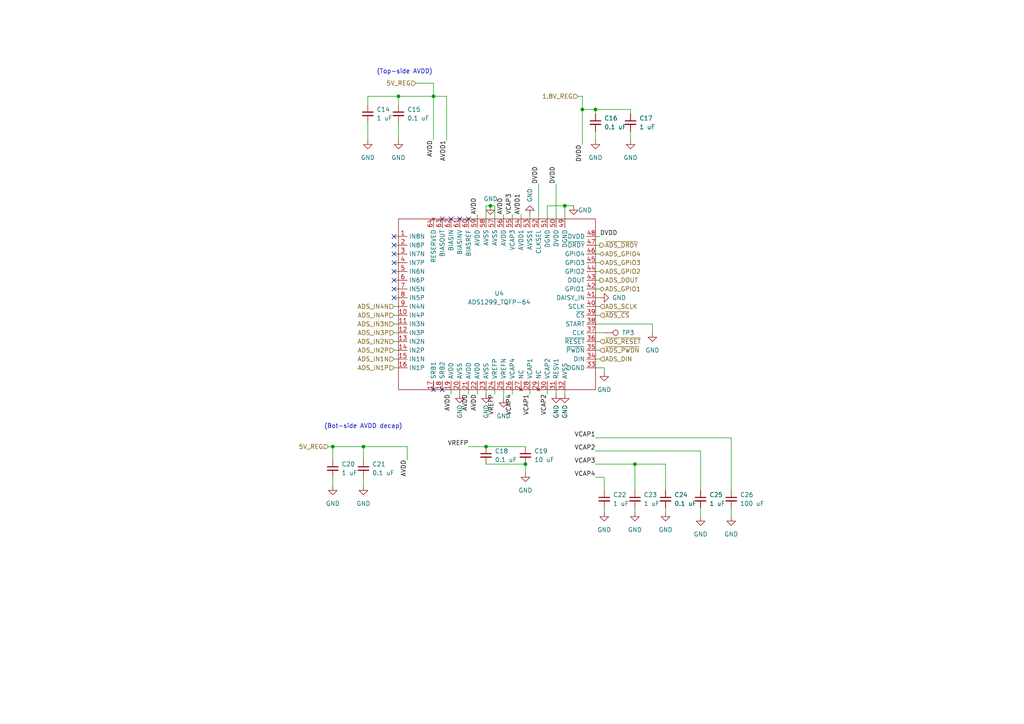
<source format=kicad_sch>
(kicad_sch (version 20211123) (generator eeschema)
  (paper "A4")
  (lib_symbols
    (symbol "ADC:ADS1299_TQFP-64"
      (property "Reference" "U2" (at 0 2.54 0))
      (property "Value" "ADS1299_TQFP-64" (at 0 0 0))
      (symbol "ADS1299_TQFP-64_0_1"
        (rectangle (start -29.21 24.13) (end 27.94 -25.4))
      )
      (symbol "ADS1299_TQFP-64_1_1"
        (pin input line (at -19.05 -25.4 90) (length 2.54) (name "") (number ""))
        (pin input line (at -29.21 19.05 0) (length 2.54) (name "IN8N") (number "1"))
        (pin input line (at -29.21 -3.81 0) (length 2.54) (name "IN4P") (number "10"))
        (pin input line (at -29.21 -6.35 0) (length 2.54) (name "IN3N") (number "11"))
        (pin input line (at -29.21 -8.89 0) (length 2.54) (name "IN3P") (number "12"))
        (pin input line (at -29.21 -11.43 0) (length 2.54) (name "IN2N") (number "13"))
        (pin input line (at -29.21 -13.97 0) (length 2.54) (name "IN2P") (number "14"))
        (pin input line (at -29.21 -16.51 0) (length 2.54) (name "IN1N") (number "15"))
        (pin input line (at -29.21 -19.05 0) (length 2.54) (name "IN1P") (number "16"))
        (pin input line (at -19.05 -25.4 90) (length 2.54) (name "SRB1") (number "17"))
        (pin input line (at -16.51 -25.4 90) (length 2.54) (name "SRB2") (number "18"))
        (pin input line (at -13.97 -25.4 90) (length 2.54) (name "AVDD") (number "19"))
        (pin input line (at -29.21 16.51 0) (length 2.54) (name "IN8P") (number "2"))
        (pin input line (at -11.43 -25.4 90) (length 2.54) (name "AVSS") (number "20"))
        (pin input line (at -8.89 -25.4 90) (length 2.54) (name "AVDD") (number "21"))
        (pin input line (at -6.35 -25.4 90) (length 2.54) (name "AVDD") (number "22"))
        (pin input line (at -3.81 -25.4 90) (length 2.54) (name "AVSS") (number "23"))
        (pin input line (at -1.27 -25.4 90) (length 2.54) (name "VREFP") (number "24"))
        (pin input line (at 1.27 -25.4 90) (length 2.54) (name "VREFN") (number "25"))
        (pin input line (at 3.81 -25.4 90) (length 2.54) (name "VCAP4") (number "26"))
        (pin no_connect line (at 6.35 -25.4 90) (length 2.54) (name "NC") (number "27"))
        (pin input line (at 8.89 -25.4 90) (length 2.54) (name "VCAP1") (number "28"))
        (pin no_connect line (at 11.43 -25.4 90) (length 2.54) (name "NC") (number "29"))
        (pin input line (at -29.21 13.97 0) (length 2.54) (name "IN7N") (number "3"))
        (pin input line (at 13.97 -25.4 90) (length 2.54) (name "VCAP2") (number "30"))
        (pin input line (at 16.51 -25.4 90) (length 2.54) (name "RESV1") (number "31"))
        (pin input line (at 19.05 -25.4 90) (length 2.54) (name "AVSS") (number "32"))
        (pin input line (at 27.94 -19.05 180) (length 2.54) (name "DGND") (number "33"))
        (pin input line (at 27.94 -16.51 180) (length 2.54) (name "DIN") (number "34"))
        (pin input line (at 27.94 -13.97 180) (length 2.54) (name "~{PWDN}") (number "35"))
        (pin input line (at 27.94 -11.43 180) (length 2.54) (name "~{RESET}") (number "36"))
        (pin input line (at 27.94 -8.89 180) (length 2.54) (name "CLK") (number "37"))
        (pin input line (at 27.94 -6.35 180) (length 2.54) (name "START") (number "38"))
        (pin input line (at 27.94 -3.81 180) (length 2.54) (name "~{CS}") (number "39"))
        (pin input line (at -29.21 11.43 0) (length 2.54) (name "IN7P") (number "4"))
        (pin input line (at 27.94 -1.27 180) (length 2.54) (name "SCLK") (number "40"))
        (pin input line (at 27.94 1.27 180) (length 2.54) (name "DAISY_IN") (number "41"))
        (pin bidirectional line (at 27.94 3.81 180) (length 2.54) (name "GPIO1") (number "42"))
        (pin output line (at 27.94 6.35 180) (length 2.54) (name "DOUT") (number "43"))
        (pin bidirectional line (at 27.94 8.89 180) (length 2.54) (name "GPIO2") (number "44"))
        (pin bidirectional line (at 27.94 11.43 180) (length 2.54) (name "GPIO3") (number "45"))
        (pin bidirectional line (at 27.94 13.97 180) (length 2.54) (name "GPIO4") (number "46"))
        (pin input line (at 27.94 16.51 180) (length 2.54) (name "~{DRDY}") (number "47"))
        (pin input line (at 27.94 19.05 180) (length 2.54) (name "DVDD") (number "48"))
        (pin input line (at 19.05 24.13 270) (length 2.54) (name "DGND") (number "49"))
        (pin input line (at -29.21 8.89 0) (length 2.54) (name "IN6N") (number "5"))
        (pin input line (at 16.51 24.13 270) (length 2.54) (name "DVDD") (number "50"))
        (pin input line (at 13.97 24.13 270) (length 2.54) (name "DGND") (number "51"))
        (pin input line (at 11.43 24.13 270) (length 2.54) (name "CLKSEL") (number "52"))
        (pin input line (at 8.89 24.13 270) (length 2.54) (name "AVSS1") (number "53"))
        (pin input line (at 6.35 24.13 270) (length 2.54) (name "AVDD1") (number "54"))
        (pin input line (at 3.81 24.13 270) (length 2.54) (name "VCAP3") (number "55"))
        (pin input line (at 1.27 24.13 270) (length 2.54) (name "AVDD") (number "56"))
        (pin input line (at -1.27 24.13 270) (length 2.54) (name "AVSS") (number "57"))
        (pin input line (at -3.81 24.13 270) (length 2.54) (name "AVSS") (number "58"))
        (pin input line (at -6.35 24.13 270) (length 2.54) (name "AVDD") (number "59"))
        (pin input line (at -29.21 6.35 0) (length 2.54) (name "IN6P") (number "6"))
        (pin input line (at -8.89 24.13 270) (length 2.54) (name "BIASREF") (number "60"))
        (pin input line (at -11.43 24.13 270) (length 2.54) (name "BIASINV") (number "61"))
        (pin input line (at -13.97 24.13 270) (length 2.54) (name "BIASIN") (number "62"))
        (pin output line (at -16.51 24.13 270) (length 2.54) (name "BIASOUT") (number "63"))
        (pin no_connect line (at -19.05 24.13 270) (length 2.54) (name "RESERVED") (number "64"))
        (pin input line (at -29.21 3.81 0) (length 2.54) (name "IN5N") (number "7"))
        (pin input line (at -29.21 1.27 0) (length 2.54) (name "IN5P") (number "8"))
        (pin input line (at -29.21 -1.27 0) (length 2.54) (name "IN4N") (number "9"))
      )
    )
    (symbol "Connector:TestPoint" (pin_numbers hide) (pin_names (offset 0.762) hide)
      (property "Reference" "TP" (at 0 6.858 0))
      (property "Value" "TestPoint" (at 0 5.08 0))
      (symbol "TestPoint_0_1"
        (circle (center 0 3.302) (radius 0.762))
      )
      (symbol "TestPoint_1_1"
        (pin passive line (at 0 0 90) (length 2.54) (name "1") (number "1"))
      )
    )
    (symbol "Device:C_Small" (pin_numbers hide) (pin_names (offset 0.254) hide)
      (property "Reference" "C" (at 0.254 1.778 0))
      (property "Value" "C_Small" (at 0.254 -2.032 0))
      (symbol "C_Small_0_1"
        (polyline (pts (xy -1.524 -0.508) (xy 1.524 -0.508)) (stroke (width 0.3302)))
        (polyline (pts (xy -1.524 0.508) (xy 1.524 0.508)) (stroke (width 0.3048)))
      )
      (symbol "C_Small_1_1"
        (pin passive line (at 0 2.54 270) (length 2.032) (name "~") (number "1"))
        (pin passive line (at 0 -2.54 90) (length 2.032) (name "~") (number "2"))
      )
    )
    (symbol "power:GND" (power) (pin_names (offset 0))
      (property "Value" "GND" (at 0 -3.81 0))
      (symbol "GND_0_1"
        (polyline (pts (xy 0 0) (xy 0 -1.27) (xy 1.27 -1.27) (xy 0 -2.54) (xy -1.27 -1.27) (xy 0 -1.27)))
      )
      (symbol "GND_1_1"
        (pin power_in line (at 0 0 270) (length 0) hide (name "GND") (number "1"))
      )
    )
  )
  (junction (at 152.4 134.62))
  (junction (at 168.91 31.75))
  (junction (at 163.83 59.69))
  (junction (at 140.97 129.54))
  (junction (at 142.24 59.69))
  (junction (at 115.57 27.94))
  (junction (at 125.73 27.94))
  (junction (at 172.72 31.75))
  (junction (at 105.41 129.54))
  (junction (at 184.15 134.62))
  (junction (at 96.52 129.54))
  (no_connect (at 114.3 76.2))
  (no_connect (at 133.35 63.5))
  (no_connect (at 128.27 113.03))
  (no_connect (at 114.3 68.58))
  (no_connect (at 130.81 63.5))
  (no_connect (at 114.3 78.74))
  (no_connect (at 114.3 73.66))
  (no_connect (at 114.3 71.12))
  (no_connect (at 114.3 86.36))
  (no_connect (at 114.3 83.82))
  (no_connect (at 125.73 113.03))
  (no_connect (at 128.27 63.5))
  (no_connect (at 135.89 63.5))
  (no_connect (at 114.3 81.28))
  (wire (pts (xy 140.97 134.62) (xy 152.4 134.62)))
  (wire (pts (xy 158.75 59.69) (xy 158.75 63.5)))
  (wire (pts (xy 148.59 62.23) (xy 148.59 63.5)))
  (wire (pts (xy 172.72 96.52) (xy 175.26 96.52)))
  (wire (pts (xy 168.91 31.75) (xy 168.91 41.91)))
  (wire (pts (xy 114.3 76.2) (xy 115.57 76.2)))
  (wire (pts (xy 105.41 129.54) (xy 118.11 129.54)))
  (wire (pts (xy 114.3 106.68) (xy 115.57 106.68)))
  (wire (pts (xy 135.89 113.03) (xy 135.89 114.3)))
  (wire (pts (xy 114.3 91.44) (xy 115.57 91.44)))
  (wire (pts (xy 168.91 27.94) (xy 168.91 31.75)))
  (wire (pts (xy 125.73 27.94) (xy 125.73 40.64)))
  (wire (pts (xy 146.05 113.03) (xy 146.05 115.57)))
  (wire (pts (xy 172.72 86.36) (xy 173.99 86.36)))
  (wire (pts (xy 172.72 104.14) (xy 173.99 104.14)))
  (wire (pts (xy 140.97 113.03) (xy 140.97 114.3)))
  (wire (pts (xy 114.3 83.82) (xy 115.57 83.82)))
  (wire (pts (xy 163.83 59.69) (xy 166.37 59.69)))
  (wire (pts (xy 152.4 134.62) (xy 152.4 137.16)))
  (wire (pts (xy 203.2 147.32) (xy 203.2 149.86)))
  (wire (pts (xy 184.15 134.62) (xy 184.15 142.24)))
  (wire (pts (xy 153.67 113.03) (xy 153.67 114.3)))
  (wire (pts (xy 114.3 93.98) (xy 115.57 93.98)))
  (wire (pts (xy 118.11 129.54) (xy 118.11 133.35)))
  (wire (pts (xy 172.72 73.66) (xy 173.99 73.66)))
  (wire (pts (xy 96.52 129.54) (xy 96.52 133.35)))
  (wire (pts (xy 168.91 31.75) (xy 172.72 31.75)))
  (wire (pts (xy 114.3 88.9) (xy 115.57 88.9)))
  (wire (pts (xy 172.72 71.12) (xy 173.99 71.12)))
  (wire (pts (xy 114.3 68.58) (xy 115.57 68.58)))
  (wire (pts (xy 146.05 62.23) (xy 146.05 63.5)))
  (wire (pts (xy 175.26 106.68) (xy 175.26 107.95)))
  (wire (pts (xy 175.26 147.32) (xy 175.26 148.59)))
  (wire (pts (xy 114.3 101.6) (xy 115.57 101.6)))
  (wire (pts (xy 172.72 76.2) (xy 173.99 76.2)))
  (wire (pts (xy 172.72 138.43) (xy 175.26 138.43)))
  (wire (pts (xy 193.04 134.62) (xy 193.04 142.24)))
  (wire (pts (xy 115.57 27.94) (xy 115.57 30.48)))
  (wire (pts (xy 114.3 86.36) (xy 115.57 86.36)))
  (wire (pts (xy 114.3 81.28) (xy 115.57 81.28)))
  (wire (pts (xy 184.15 134.62) (xy 193.04 134.62)))
  (wire (pts (xy 193.04 147.32) (xy 193.04 148.59)))
  (wire (pts (xy 115.57 27.94) (xy 106.68 27.94)))
  (wire (pts (xy 114.3 96.52) (xy 115.57 96.52)))
  (wire (pts (xy 143.51 59.69) (xy 143.51 63.5)))
  (wire (pts (xy 115.57 35.56) (xy 115.57 40.64)))
  (wire (pts (xy 95.25 129.54) (xy 96.52 129.54)))
  (wire (pts (xy 158.75 59.69) (xy 163.83 59.69)))
  (wire (pts (xy 143.51 113.03) (xy 143.51 114.3)))
  (wire (pts (xy 172.72 127) (xy 212.09 127)))
  (wire (pts (xy 140.97 59.69) (xy 142.24 59.69)))
  (wire (pts (xy 172.72 101.6) (xy 173.99 101.6)))
  (wire (pts (xy 172.72 78.74) (xy 173.99 78.74)))
  (wire (pts (xy 172.72 106.68) (xy 175.26 106.68)))
  (wire (pts (xy 130.81 113.03) (xy 130.81 114.3)))
  (wire (pts (xy 212.09 127) (xy 212.09 142.24)))
  (wire (pts (xy 172.72 134.62) (xy 184.15 134.62)))
  (wire (pts (xy 172.72 38.1) (xy 172.72 40.64)))
  (wire (pts (xy 114.3 99.06) (xy 115.57 99.06)))
  (wire (pts (xy 135.89 129.54) (xy 140.97 129.54)))
  (wire (pts (xy 138.43 62.23) (xy 138.43 63.5)))
  (wire (pts (xy 129.54 27.94) (xy 129.54 40.64)))
  (wire (pts (xy 175.26 138.43) (xy 175.26 142.24)))
  (wire (pts (xy 140.97 59.69) (xy 140.97 63.5)))
  (wire (pts (xy 167.64 27.94) (xy 168.91 27.94)))
  (wire (pts (xy 114.3 78.74) (xy 115.57 78.74)))
  (wire (pts (xy 114.3 104.14) (xy 115.57 104.14)))
  (wire (pts (xy 161.29 114.3) (xy 161.29 113.03)))
  (wire (pts (xy 172.72 31.75) (xy 172.72 33.02)))
  (wire (pts (xy 114.3 71.12) (xy 115.57 71.12)))
  (wire (pts (xy 182.88 38.1) (xy 182.88 40.64)))
  (wire (pts (xy 106.68 35.56) (xy 106.68 40.64)))
  (wire (pts (xy 133.35 113.03) (xy 133.35 114.3)))
  (wire (pts (xy 125.73 27.94) (xy 129.54 27.94)))
  (wire (pts (xy 105.41 129.54) (xy 105.41 133.35)))
  (wire (pts (xy 125.73 27.94) (xy 115.57 27.94)))
  (wire (pts (xy 172.72 130.81) (xy 203.2 130.81)))
  (wire (pts (xy 172.72 88.9) (xy 173.99 88.9)))
  (wire (pts (xy 156.21 53.34) (xy 156.21 63.5)))
  (wire (pts (xy 138.43 113.03) (xy 138.43 114.3)))
  (wire (pts (xy 172.72 81.28) (xy 173.99 81.28)))
  (wire (pts (xy 172.72 93.98) (xy 189.23 93.98)))
  (wire (pts (xy 172.72 83.82) (xy 173.99 83.82)))
  (wire (pts (xy 140.97 129.54) (xy 152.4 129.54)))
  (wire (pts (xy 163.83 113.03) (xy 163.83 114.3)))
  (wire (pts (xy 106.68 27.94) (xy 106.68 30.48)))
  (wire (pts (xy 105.41 138.43) (xy 105.41 140.97)))
  (wire (pts (xy 114.3 73.66) (xy 115.57 73.66)))
  (wire (pts (xy 158.75 113.03) (xy 158.75 114.3)))
  (wire (pts (xy 212.09 147.32) (xy 212.09 149.86)))
  (wire (pts (xy 203.2 130.81) (xy 203.2 142.24)))
  (wire (pts (xy 96.52 138.43) (xy 96.52 140.97)))
  (wire (pts (xy 143.51 59.69) (xy 142.24 59.69)))
  (wire (pts (xy 163.83 59.69) (xy 163.83 63.5)))
  (wire (pts (xy 182.88 31.75) (xy 182.88 33.02)))
  (wire (pts (xy 148.59 113.03) (xy 148.59 114.3)))
  (wire (pts (xy 161.29 53.34) (xy 161.29 63.5)))
  (wire (pts (xy 172.72 68.58) (xy 173.99 68.58)))
  (wire (pts (xy 96.52 129.54) (xy 105.41 129.54)))
  (wire (pts (xy 184.15 147.32) (xy 184.15 148.59)))
  (wire (pts (xy 172.72 99.06) (xy 173.99 99.06)))
  (wire (pts (xy 153.67 62.23) (xy 153.67 63.5)))
  (wire (pts (xy 120.65 24.13) (xy 125.73 24.13)))
  (wire (pts (xy 125.73 24.13) (xy 125.73 27.94)))
  (wire (pts (xy 172.72 91.44) (xy 173.99 91.44)))
  (wire (pts (xy 172.72 31.75) (xy 182.88 31.75)))
  (wire (pts (xy 189.23 93.98) (xy 189.23 96.52)))
  (wire (pts (xy 151.13 62.23) (xy 151.13 63.5)))
  (text "(Bot-side AVDD decap)" (at 93.98 124.46 0) (effects (font (size 1.27 1.27)) (justify left bottom)))
  (text "(Top-side AVDD)" (at 109.22 21.59 0) (effects (font (size 1.27 1.27)) (justify left bottom)))
  (label "AVDD" (at 146.05 62.23 90))
  (label "VCAP1" (at 153.67 114.3 270))
  (label "AVDD" (at 138.43 62.23 90))
  (label "AVDD1" (at 151.13 62.23 90))
  (label "VCAP3" (at 148.59 62.23 90))
  (label "VCAP3" (at 172.72 134.62 180))
  (label "AVDD" (at 125.73 40.64 270))
  (label "VCAP2" (at 172.72 130.81 180))
  (label "DVDD" (at 168.91 41.91 270))
  (label "VREFP" (at 143.51 114.3 270))
  (label "VCAP4" (at 148.59 114.3 270))
  (label "AVDD" (at 138.43 114.3 270))
  (label "VREFP" (at 135.89 129.54 180))
  (label "DVDD" (at 161.29 53.34 90))
  (label "VCAP1" (at 172.72 127 180))
  (label "AVDD" (at 130.81 114.3 270))
  (label "AVDD" (at 135.89 114.3 270))
  (label "AVDD1" (at 129.54 40.64 270))
  (label "VCAP4" (at 172.72 138.43 180))
  (label "DVDD" (at 173.99 68.58 0))
  (label "AVDD" (at 118.11 133.35 270))
  (label "DVDD" (at 156.21 53.34 90))
  (label "VCAP2" (at 158.75 114.3 270))
  (hierarchical_label "ADS_IN1N" (shape input) (at 114.3 104.14 180))
  (hierarchical_label "1.8V_REG" (shape input) (at 167.64 27.94 180))
  (hierarchical_label "5V_REG" (shape input) (at 95.25 129.54 180))
  (hierarchical_label "ADS_GPIO2" (shape bidirectional) (at 173.99 78.74 0))
  (hierarchical_label "ADS_IN1P" (shape input) (at 114.3 106.68 180))
  (hierarchical_label "ADS_GPIO3" (shape bidirectional) (at 173.99 76.2 0))
  (hierarchical_label "ADS_IN2N" (shape input) (at 114.3 99.06 180))
  (hierarchical_label "ADS_SCLK" (shape input) (at 173.99 88.9 0))
  (hierarchical_label "ADS_IN2P" (shape input) (at 114.3 101.6 180))
  (hierarchical_label "5V_REG" (shape input) (at 120.65 24.13 180))
  (hierarchical_label "~{ADS_PWDN}" (shape input) (at 173.99 101.6 0))
  (hierarchical_label "ADS_IN3P" (shape input) (at 114.3 96.52 180))
  (hierarchical_label "ADS_DIN" (shape input) (at 173.99 104.14 0))
  (hierarchical_label "ADS_IN4P" (shape input) (at 114.3 91.44 180))
  (hierarchical_label "ADS_IN4N" (shape input) (at 114.3 88.9 180))
  (hierarchical_label "~{ADS_RESET}" (shape input) (at 173.99 99.06 0))
  (hierarchical_label "~{ADS_CS}" (shape input) (at 173.99 91.44 0))
  (hierarchical_label "ADS_IN3N" (shape input) (at 114.3 93.98 180))
  (hierarchical_label "ADS_DOUT" (shape output) (at 173.99 81.28 0))
  (hierarchical_label "~{ADS_DRDY}" (shape output) (at 173.99 71.12 0))
  (hierarchical_label "ADS_GPIO4" (shape bidirectional) (at 173.99 73.66 0))
  (hierarchical_label "ADS_GPIO1" (shape bidirectional) (at 173.99 83.82 0))
  (symbol (lib_id "power:GND") (at 175.26 148.59 0) (unit 1)
    (property "Reference" "#PWR054" (effects hide))
    (property "Value" "GND" (at 175.26 153.67 0))
  )
  (symbol (lib_id "power:GND") (at 133.35 114.3 0) (unit 1)
    (property "Reference" "#PWR047" (effects hide))
    (property "Value" "GND" (at 133.35 119.38 90))
  )
  (symbol (lib_id "Device:C_Small") (at 212.09 144.78 0) (unit 1)
    (property "Reference" "C26" (at 214.63 143.5162 0) (effects (justify left)))
    (property "Value" "100 uF" (at 214.63 146.0562 0) (effects (justify left)))
    (property "Footprint" "Capacitor_SMD:C_0805_2012Metric" (effects hide))
  )
  (symbol (lib_id "Device:C_Small") (at 203.2 144.78 0) (unit 1)
    (property "Reference" "C25" (at 205.74 143.5162 0) (effects (justify left)))
    (property "Value" "1 uF" (at 205.74 146.0562 0) (effects (justify left)))
    (property "Footprint" "Capacitor_SMD:C_0402_1005Metric" (effects hide))
  )
  (symbol (lib_id "Device:C_Small") (at 152.4 132.08 0) (unit 1)
    (property "Reference" "C19" (at 154.94 130.8162 0) (effects (justify left)))
    (property "Value" "10 uF" (at 154.94 133.3562 0) (effects (justify left)))
    (property "Footprint" "Capacitor_SMD:C_0402_1005Metric" (effects hide))
  )
  (symbol (lib_id "power:GND") (at 140.97 114.3 0) (unit 1)
    (property "Reference" "#PWR048" (effects hide))
    (property "Value" "GND" (at 140.97 119.38 90))
  )
  (symbol (lib_id "Connector:TestPoint") (at 175.26 96.52 270) (unit 1)
    (property "Reference" "TP3" (at 180.34 96.52 90) (effects (justify left)))
    (property "Value" "TestPoint" (effects hide))
    (property "Footprint" "SCUM:through_hole" (effects hide))
  )
  (symbol (lib_id "power:GND") (at 189.23 96.52 0) (unit 1)
    (property "Reference" "#PWR045" (effects hide))
    (property "Value" "GND" (at 189.23 101.6 0))
  )
  (symbol (lib_id "power:GND") (at 146.05 115.57 0) (unit 1)
    (property "Reference" "#PWR0114" (effects hide))
    (property "Value" "GND" (at 146.05 120.65 0))
  )
  (symbol (lib_id "power:GND") (at 142.24 59.69 0) (unit 1)
    (property "Reference" "#PWR041" (effects hide))
    (property "Value" "GND" (at 140.2359 57.6794 0) (effects (justify left)))
  )
  (symbol (lib_id "ADC:ADS1299_TQFP-64") (at 144.78 87.63 0) (unit 1)
    (property "Reference" "U4" (at 144.78 85.09 0))
    (property "Value" "ADS1299_TQFP-64" (at 144.78 87.63 0))
    (property "Footprint" "Package_QFP:TQFP-64_10x10mm_P0.5mm" (effects hide))
  )
  (symbol (lib_id "power:GND") (at 175.26 107.95 0) (unit 1)
    (property "Reference" "#PWR046" (effects hide))
    (property "Value" "GND" (at 175.26 113.03 0))
  )
  (symbol (lib_id "Device:C_Small") (at 106.68 33.02 0) (unit 1)
    (property "Reference" "C14" (at 109.22 31.7562 0) (effects (justify left)))
    (property "Value" "1 uF" (at 109.22 34.2962 0) (effects (justify left)))
    (property "Footprint" "Capacitor_SMD:C_0402_1005Metric" (effects hide))
  )
  (symbol (lib_id "power:GND") (at 105.41 140.97 0) (unit 1)
    (property "Reference" "#PWR053" (effects hide))
    (property "Value" "GND" (at 105.41 146.05 0))
  )
  (symbol (lib_id "power:GND") (at 152.4 137.16 0) (unit 1)
    (property "Reference" "#PWR051" (effects hide))
    (property "Value" "GND" (at 152.4 142.24 0))
  )
  (symbol (lib_id "power:GND") (at 184.15 148.59 0) (unit 1)
    (property "Reference" "#PWR055" (effects hide))
    (property "Value" "GND" (at 184.15 153.67 0))
  )
  (symbol (lib_id "power:GND") (at 163.83 114.3 0) (unit 1)
    (property "Reference" "#PWR050" (effects hide))
    (property "Value" "GND" (at 163.83 119.38 90))
  )
  (symbol (lib_id "Device:C_Small") (at 182.88 35.56 0) (unit 1)
    (property "Reference" "C17" (at 185.42 34.2962 0) (effects (justify left)))
    (property "Value" "1 uF" (at 185.42 36.8362 0) (effects (justify left)))
    (property "Footprint" "Capacitor_SMD:C_0402_1005Metric" (effects hide))
  )
  (symbol (lib_id "power:GND") (at 203.2 149.86 0) (unit 1)
    (property "Reference" "#PWR057" (effects hide))
    (property "Value" "GND" (at 203.2 154.94 0))
  )
  (symbol (lib_id "power:GND") (at 161.29 114.3 0) (unit 1)
    (property "Reference" "#PWR049" (effects hide))
    (property "Value" "GND" (at 161.29 119.38 90))
  )
  (symbol (lib_id "Device:C_Small") (at 175.26 144.78 0) (unit 1)
    (property "Reference" "C22" (at 177.8 143.5162 0) (effects (justify left)))
    (property "Value" "1 uF" (at 177.8 146.0562 0) (effects (justify left)))
    (property "Footprint" "Capacitor_SMD:C_0402_1005Metric" (effects hide))
  )
  (symbol (lib_id "Device:C_Small") (at 96.52 135.89 0) (unit 1)
    (property "Reference" "C20" (at 99.06 134.6262 0) (effects (justify left)))
    (property "Value" "1 uF" (at 99.06 137.1662 0) (effects (justify left)))
    (property "Footprint" "Capacitor_SMD:C_0402_1005Metric" (effects hide))
  )
  (symbol (lib_id "power:GND") (at 172.72 40.64 0) (unit 1)
    (property "Reference" "#PWR039" (effects hide))
    (property "Value" "GND" (at 172.72 45.72 0))
  )
  (symbol (lib_id "power:GND") (at 96.52 140.97 0) (unit 1)
    (property "Reference" "#PWR052" (effects hide))
    (property "Value" "GND" (at 96.52 146.05 0))
  )
  (symbol (lib_id "Device:C_Small") (at 115.57 33.02 0) (unit 1)
    (property "Reference" "C15" (at 118.11 31.7562 0) (effects (justify left)))
    (property "Value" "0.1 uF" (at 118.11 34.2962 0) (effects (justify left)))
    (property "Footprint" "Capacitor_SMD:C_0402_1005Metric" (effects hide))
  )
  (symbol (lib_id "power:GND") (at 106.68 40.64 0) (unit 1)
    (property "Reference" "#PWR037" (effects hide))
    (property "Value" "GND" (at 106.68 45.72 0))
  )
  (symbol (lib_id "Device:C_Small") (at 140.97 132.08 0) (unit 1)
    (property "Reference" "C18" (at 143.51 130.8162 0) (effects (justify left)))
    (property "Value" "0.1 uF" (at 143.51 133.3562 0) (effects (justify left)))
    (property "Footprint" "Capacitor_SMD:C_0402_1005Metric" (effects hide))
  )
  (symbol (lib_id "Device:C_Small") (at 184.15 144.78 0) (unit 1)
    (property "Reference" "C23" (at 186.69 143.5162 0) (effects (justify left)))
    (property "Value" "1 uF" (at 186.69 146.0562 0) (effects (justify left)))
    (property "Footprint" "Capacitor_SMD:C_0402_1005Metric" (effects hide))
  )
  (symbol (lib_id "power:GND") (at 115.57 40.64 0) (unit 1)
    (property "Reference" "#PWR038" (effects hide))
    (property "Value" "GND" (at 115.57 45.72 0))
  )
  (symbol (lib_id "power:GND") (at 212.09 149.86 0) (unit 1)
    (property "Reference" "#PWR058" (effects hide))
    (property "Value" "GND" (at 212.09 154.94 0))
  )
  (symbol (lib_id "power:GND") (at 166.37 59.69 0) (unit 1)
    (property "Reference" "#PWR042" (effects hide))
    (property "Value" "GND" (at 167.64 60.96 0) (effects (justify left)))
  )
  (symbol (lib_id "power:GND") (at 193.04 148.59 0) (unit 1)
    (property "Reference" "#PWR056" (effects hide))
    (property "Value" "GND" (at 193.04 153.67 0))
  )
  (symbol (lib_id "Device:C_Small") (at 172.72 35.56 0) (unit 1)
    (property "Reference" "C16" (at 175.26 34.2962 0) (effects (justify left)))
    (property "Value" "0.1 uF" (at 175.26 36.8362 0) (effects (justify left)))
    (property "Footprint" "Capacitor_SMD:C_0402_1005Metric" (effects hide))
  )
  (symbol (lib_id "power:GND") (at 182.88 40.64 0) (unit 1)
    (property "Reference" "#PWR040" (effects hide))
    (property "Value" "GND" (at 182.88 45.72 0))
  )
  (symbol (lib_id "Device:C_Small") (at 193.04 144.78 0) (unit 1)
    (property "Reference" "C24" (at 195.58 143.5162 0) (effects (justify left)))
    (property "Value" "0.1 uF" (at 195.58 146.0562 0) (effects (justify left)))
    (property "Footprint" "Capacitor_SMD:C_0402_1005Metric" (effects hide))
  )
  (symbol (lib_id "Device:C_Small") (at 105.41 135.89 0) (unit 1)
    (property "Reference" "C21" (at 107.95 134.6262 0) (effects (justify left)))
    (property "Value" "0.1 uF" (at 107.95 137.1662 0) (effects (justify left)))
    (property "Footprint" "Capacitor_SMD:C_0402_1005Metric" (effects hide))
  )
  (symbol (lib_id "power:GND") (at 173.99 86.36 90) (unit 1)
    (property "Reference" "#PWR044" (effects hide))
    (property "Value" "GND" (at 181.61 86.36 90) (effects (justify left)))
  )
  (symbol (lib_id "power:GND") (at 153.67 62.23 180) (unit 1)
    (property "Reference" "#PWR043" (effects hide))
    (property "Value" "GND" (at 153.67 54.61 90) (effects (justify left)))
  )
)
</source>
